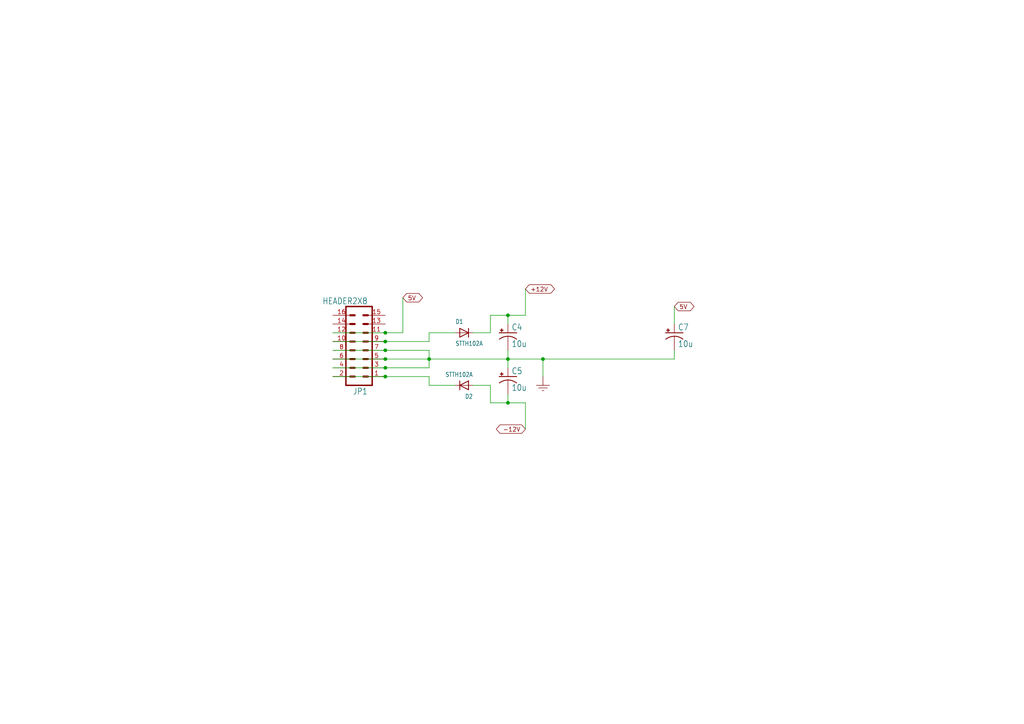
<source format=kicad_sch>
(kicad_sch (version 20230121) (generator eeschema)
  (paper "A4")
  (lib_symbols
    (symbol "Pure ADSR-eagle-import:CAPACITOR_POL-US153CLV-0505"
      (property "Reference" "C" (at 1.016 0.635 0))
      (symbol "CAPACITOR_POL-US153CLV-0505_1_0"
        (rectangle (start -2.253 0.668) (end -1.364 0.795) (fill (type outline)))
        (rectangle (start -1.872 0.287) (end -1.745 1.176) (fill (type outline)))
        (arc (start 0 -1.0161) (mid -1.3021 -1.2303) (end -2.4669 -1.8504) (stroke (width 0.254)))
        (polyline (pts (xy -2.54 0) (xy 2.54 0)) (stroke (width 0.254)))
        (polyline (pts (xy 0 -1.0161) (xy 0 -2.54)) (stroke (width 0.1524)))
        (polyline (pts (xy 0 -1.016) (xy 0 -1.0161)) (stroke (width 0.1524)))
        (arc (start 2.4892 -1.8541) (mid 1.3158 -1.2194) (end 0 -1) (stroke (width 0.254)))
        (pin passive line (at 0 2.54 270) (length 2.54) (name "+") (number "+"))
        (pin passive line (at 0 -5.08 90) (length 2.54) (name "-") (number "-"))
      )
    )
    (symbol "Pure ADSR-eagle-import:DIODESMA"
      (property "Reference" "D" (at -2.54 2.54 0))
      (symbol "DIODESMA_1_0"
        (polyline (pts (xy -1.27 -1.27) (xy 1.27 0)) (stroke (width 0.254)))
        (polyline (pts (xy -1.27 1.27) (xy -1.27 -1.27)) (stroke (width 0.254)))
        (polyline (pts (xy 1.27 0) (xy -1.27 1.27)) (stroke (width 0.254)))
        (polyline (pts (xy 1.27 0) (xy 1.27 -1.27)) (stroke (width 0.254)))
        (polyline (pts (xy 1.27 1.27) (xy 1.27 0)) (stroke (width 0.254)))
        (pin passive line (at -2.54 0 0) (length 2.54) (name "A") (number "A"))
        (pin passive line (at 2.54 0 180) (length 2.54) (name "C") (number "C"))
      )
    )
    (symbol "Pure ADSR-eagle-import:GND" (power)
      (symbol "GND_1_0"
        (polyline (pts (xy -1.905 -2.54) (xy 0 -2.54)) (stroke (width 0.1524)))
        (polyline (pts (xy -1.27 -3.302) (xy 1.27 -3.302)) (stroke (width 0.1524)))
        (polyline (pts (xy 0 -2.54) (xy 1.905 -2.54)) (stroke (width 0.1524)))
        (polyline (pts (xy 0.254 -4.064) (xy -0.254 -4.064)) (stroke (width 0.1524)))
        (pin power_in line (at 0 0 270) (length 2.54) (name "GND") (number "1"))
      )
    )
    (symbol "Pure ADSR-eagle-import:HEADER2X8"
      (property "Reference" "JP" (at -2.54 8.382 0))
      (symbol "HEADER2X8_1_0"
        (polyline (pts (xy -3.81 7.62) (xy -3.81 -15.24)) (stroke (width 0.4064)))
        (polyline (pts (xy -3.81 7.62) (xy 3.81 7.62)) (stroke (width 0.4064)))
        (polyline (pts (xy -1.27 -12.7) (xy -2.54 -12.7)) (stroke (width 0.6096)))
        (polyline (pts (xy -1.27 -10.16) (xy -2.54 -10.16)) (stroke (width 0.6096)))
        (polyline (pts (xy -1.27 -7.62) (xy -2.54 -7.62)) (stroke (width 0.6096)))
        (polyline (pts (xy -1.27 -5.08) (xy -2.54 -5.08)) (stroke (width 0.6096)))
        (polyline (pts (xy -1.27 -2.54) (xy -2.54 -2.54)) (stroke (width 0.6096)))
        (polyline (pts (xy -1.27 0) (xy -2.54 0)) (stroke (width 0.6096)))
        (polyline (pts (xy -1.27 2.54) (xy -2.54 2.54)) (stroke (width 0.6096)))
        (polyline (pts (xy -1.27 5.08) (xy -2.54 5.08)) (stroke (width 0.6096)))
        (polyline (pts (xy 1.27 -12.7) (xy 2.54 -12.7)) (stroke (width 0.6096)))
        (polyline (pts (xy 1.27 -10.16) (xy 2.54 -10.16)) (stroke (width 0.6096)))
        (polyline (pts (xy 1.27 -7.62) (xy 2.54 -7.62)) (stroke (width 0.6096)))
        (polyline (pts (xy 1.27 -5.08) (xy 2.54 -5.08)) (stroke (width 0.6096)))
        (polyline (pts (xy 1.27 -2.54) (xy 2.54 -2.54)) (stroke (width 0.6096)))
        (polyline (pts (xy 1.27 0) (xy 2.54 0)) (stroke (width 0.6096)))
        (polyline (pts (xy 1.27 2.54) (xy 2.54 2.54)) (stroke (width 0.6096)))
        (polyline (pts (xy 1.27 5.08) (xy 2.54 5.08)) (stroke (width 0.6096)))
        (polyline (pts (xy 3.81 -15.24) (xy -3.81 -15.24)) (stroke (width 0.4064)))
        (polyline (pts (xy 3.81 -15.24) (xy 3.81 7.62)) (stroke (width 0.4064)))
        (pin passive line (at -7.62 5.08 0) (length 5.08) (name "1") (number "1"))
        (pin passive line (at 7.62 -5.08 180) (length 5.08) (name "10") (number "10"))
        (pin passive line (at -7.62 -7.62 0) (length 5.08) (name "11") (number "11"))
        (pin passive line (at 7.62 -7.62 180) (length 5.08) (name "12") (number "12"))
        (pin passive line (at -7.62 -10.16 0) (length 5.08) (name "13") (number "13"))
        (pin passive line (at 7.62 -10.16 180) (length 5.08) (name "14") (number "14"))
        (pin passive line (at -7.62 -12.7 0) (length 5.08) (name "15") (number "15"))
        (pin passive line (at 7.62 -12.7 180) (length 5.08) (name "16") (number "16"))
        (pin passive line (at 7.62 5.08 180) (length 5.08) (name "2") (number "2"))
        (pin passive line (at -7.62 2.54 0) (length 5.08) (name "3") (number "3"))
        (pin passive line (at 7.62 2.54 180) (length 5.08) (name "4") (number "4"))
        (pin passive line (at -7.62 0 0) (length 5.08) (name "5") (number "5"))
        (pin passive line (at 7.62 0 180) (length 5.08) (name "6") (number "6"))
        (pin passive line (at -7.62 -2.54 0) (length 5.08) (name "7") (number "7"))
        (pin passive line (at 7.62 -2.54 180) (length 5.08) (name "8") (number "8"))
        (pin passive line (at -7.62 -5.08 0) (length 5.08) (name "9") (number "9"))
      )
    )
  )
  (junction (at 111.76 109.22))
  (junction (at 111.76 101.6))
  (junction (at 111.76 96.52))
  (junction (at 124.46 104.14))
  (junction (at 157.48 104.14))
  (junction (at 147.32 91.44))
  (junction (at 111.76 104.14))
  (junction (at 111.76 106.68))
  (junction (at 111.76 99.06))
  (junction (at 147.32 104.14))
  (junction (at 147.32 116.84))
  (wire (pts (xy 152.4 91.44) (xy 152.4 83.82)) (stroke (width 0.1524)))
  (wire (pts (xy 147.32 116.84) (xy 152.4 116.84)) (stroke (width 0.1524)))
  (wire (pts (xy 124.46 104.14) (xy 147.32 104.14)) (stroke (width 0.1524)))
  (wire (pts (xy 96.52 101.6) (xy 111.76 101.6)) (stroke (width 0.1524)))
  (wire (pts (xy 142.24 116.84) (xy 147.32 116.84)) (stroke (width 0.1524)))
  (wire (pts (xy 147.32 104.14) (xy 147.32 106.68)) (stroke (width 0.1524)))
  (wire (pts (xy 147.32 116.84) (xy 147.32 114.3)) (stroke (width 0.1524)))
  (wire (pts (xy 195.58 104.14) (xy 195.58 101.6)) (stroke (width 0.1524)))
  (wire (pts (xy 111.76 96.52) (xy 116.84 96.52)) (stroke (width 0.1524)))
  (wire (pts (xy 124.46 106.68) (xy 124.46 104.14)) (stroke (width 0.1524)))
  (wire (pts (xy 147.32 104.14) (xy 147.32 101.6)) (stroke (width 0.1524)))
  (wire (pts (xy 142.24 111.76) (xy 142.24 116.84)) (stroke (width 0.1524)))
  (wire (pts (xy 96.52 104.14) (xy 111.76 104.14)) (stroke (width 0.1524)))
  (wire (pts (xy 142.24 91.44) (xy 147.32 91.44)) (stroke (width 0.1524)))
  (wire (pts (xy 111.76 106.68) (xy 124.46 106.68)) (stroke (width 0.1524)))
  (wire (pts (xy 124.46 99.06) (xy 124.46 96.52)) (stroke (width 0.1524)))
  (wire (pts (xy 137.16 96.52) (xy 142.24 96.52)) (stroke (width 0.1524)))
  (wire (pts (xy 124.46 109.22) (xy 124.46 111.76)) (stroke (width 0.1524)))
  (wire (pts (xy 124.46 111.76) (xy 132.08 111.76)) (stroke (width 0.1524)))
  (wire (pts (xy 96.52 99.06) (xy 111.76 99.06)) (stroke (width 0.1524)))
  (wire (pts (xy 147.32 91.44) (xy 152.4 91.44)) (stroke (width 0.1524)))
  (wire (pts (xy 96.52 96.52) (xy 111.76 96.52)) (stroke (width 0.1524)))
  (wire (pts (xy 111.76 104.14) (xy 124.46 104.14)) (stroke (width 0.1524)))
  (wire (pts (xy 124.46 101.6) (xy 124.46 104.14)) (stroke (width 0.1524)))
  (wire (pts (xy 147.32 104.14) (xy 157.48 104.14)) (stroke (width 0.1524)))
  (wire (pts (xy 96.52 109.22) (xy 111.76 109.22)) (stroke (width 0.1524)))
  (wire (pts (xy 96.52 106.68) (xy 111.76 106.68)) (stroke (width 0.1524)))
  (wire (pts (xy 157.48 104.14) (xy 195.58 104.14)) (stroke (width 0.1524)))
  (wire (pts (xy 116.84 96.52) (xy 116.84 86.36)) (stroke (width 0.1524)))
  (wire (pts (xy 111.76 101.6) (xy 124.46 101.6)) (stroke (width 0.1524)))
  (wire (pts (xy 124.46 96.52) (xy 132.08 96.52)) (stroke (width 0.1524)))
  (wire (pts (xy 157.48 104.14) (xy 157.48 109.22)) (stroke (width 0.1524)))
  (wire (pts (xy 152.4 116.84) (xy 152.4 124.46)) (stroke (width 0.1524)))
  (wire (pts (xy 142.24 96.52) (xy 142.24 91.44)) (stroke (width 0.1524)))
  (wire (pts (xy 137.16 111.76) (xy 142.24 111.76)) (stroke (width 0.1524)))
  (wire (pts (xy 147.32 91.44) (xy 147.32 93.98)) (stroke (width 0.1524)))
  (wire (pts (xy 111.76 109.22) (xy 124.46 109.22)) (stroke (width 0.1524)))
  (wire (pts (xy 111.76 99.06) (xy 124.46 99.06)) (stroke (width 0.1524)))
  (wire (pts (xy 195.58 88.9) (xy 195.58 93.98)) (stroke (width 0.1524)))
  (global_label "-12V" (shape bidirectional) (at 152.4 124.46 180) (effects (font (size 1.2446 1.2446))) (property "Intersheetrefs" "${INTERSHEET_REFS}" (effects hide)))
  (global_label "5V" (shape bidirectional) (at 195.58 88.9 0) (effects (font (size 1.2446 1.2446))) (property "Intersheetrefs" "${INTERSHEET_REFS}" (effects hide)))
  (global_label "5V" (shape bidirectional) (at 116.84 86.36 0) (effects (font (size 1.2446 1.2446))) (property "Intersheetrefs" "${INTERSHEET_REFS}" (effects hide)))
  (global_label "+12V" (shape bidirectional) (at 152.4 83.82 0) (effects (font (size 1.2446 1.2446))) (property "Intersheetrefs" "${INTERSHEET_REFS}" (effects hide)))
  (symbol (lib_id "Pure ADSR-eagle-import:GND") (at 157.48 109.22 0) (unit 1)
    (property "Reference" "#GND8" (effects hide))
    (property "Value" "GND" (effects hide))
  )
  (symbol (lib_id "Pure ADSR-eagle-import:DIODESMA") (at 134.62 96.52 0) (unit 1)
    (property "Reference" "D1" (at 132.08 93.98 0) (effects (font (size 1.27 1.0795)) (justify left bottom)))
    (property "Value" "STTH102A" (at 132.08 100.33 0) (effects (font (size 1.27 1.0795)) (justify left bottom)))
    (property "Footprint" "Pure ADSR:SMADIODE" (effects hide))
  )
  (symbol (lib_id "Pure ADSR-eagle-import:CAPACITOR_POL-US153CLV-0505") (at 147.32 109.22 0) (unit 1)
    (property "Reference" "C5" (at 148.336 108.585 0) (effects (font (size 1.778 1.5113)) (justify left bottom)))
    (property "Value" "10u" (at 148.336 113.411 0) (effects (font (size 1.778 1.5113)) (justify left bottom)))
    (property "Footprint" "Pure ADSR:153CLV-0505" (effects hide))
  )
  (symbol (lib_id "Pure ADSR-eagle-import:CAPACITOR_POL-US153CLV-0505") (at 195.58 96.52 0) (unit 1)
    (property "Reference" "C7" (at 196.596 95.885 0) (effects (font (size 1.778 1.5113)) (justify left bottom)))
    (property "Value" "10u" (at 196.596 100.711 0) (effects (font (size 1.778 1.5113)) (justify left bottom)))
    (property "Footprint" "Pure ADSR:153CLV-0505" (effects hide))
  )
  (symbol (lib_id "Pure ADSR-eagle-import:CAPACITOR_POL-US153CLV-0505") (at 147.32 96.52 0) (unit 1)
    (property "Reference" "C4" (at 148.336 95.885 0) (effects (font (size 1.778 1.5113)) (justify left bottom)))
    (property "Value" "10u" (at 148.336 100.711 0) (effects (font (size 1.778 1.5113)) (justify left bottom)))
    (property "Footprint" "Pure ADSR:153CLV-0505" (effects hide))
  )
  (symbol (lib_id "Pure ADSR-eagle-import:HEADER2X8") (at 104.14 104.14 180) (unit 1)
    (property "Reference" "JP1" (at 106.68 112.522 0) (effects (font (size 1.778 1.5113)) (justify left bottom)))
    (property "Value" "HEADER2X8" (at 106.68 86.36 0) (effects (font (size 1.778 1.5113)) (justify left bottom)))
    (property "Footprint" "Pure ADSR:POWER_SHROUDED" (effects hide))
  )
  (symbol (lib_id "Pure ADSR-eagle-import:DIODESMA") (at 134.62 111.76 180) (unit 1)
    (property "Reference" "D2" (at 137.16 114.3 0) (effects (font (size 1.27 1.0795)) (justify left bottom)))
    (property "Value" "STTH102A" (at 137.16 107.95 0) (effects (font (size 1.27 1.0795)) (justify left bottom)))
    (property "Footprint" "Pure ADSR:SMADIODE" (effects hide))
  )
)
</source>
